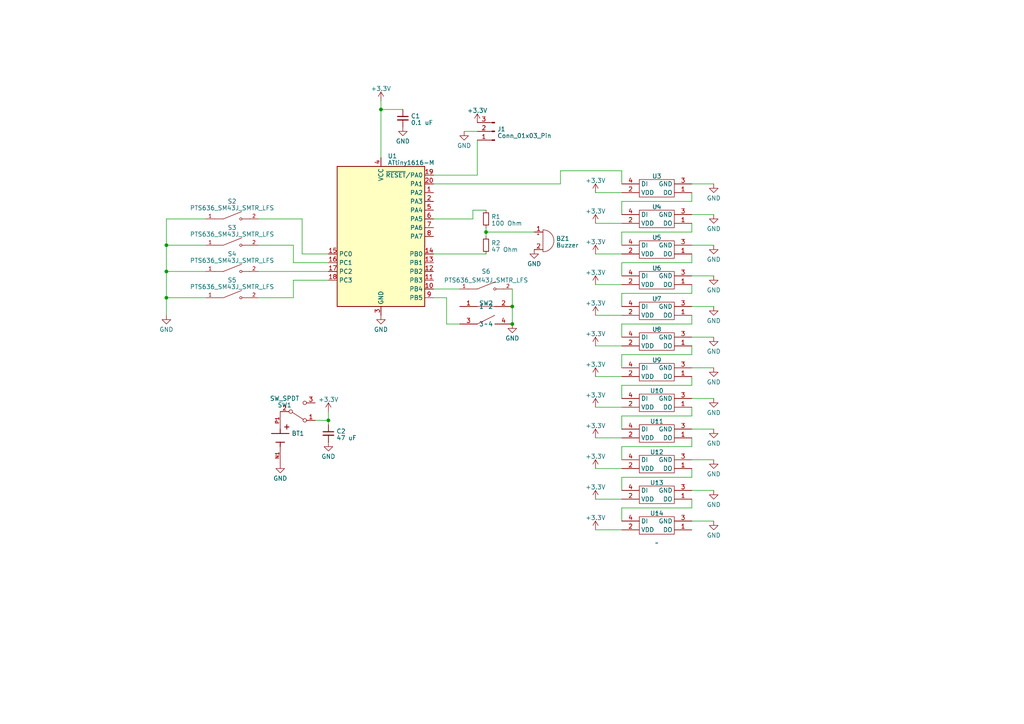
<source format=kicad_sch>
(kicad_sch (version 20230121) (generator eeschema)
  (paper "A4")
  (lib_symbols
    (symbol "BAT-HLD-001:BAT-HLD-001" (pin_names (offset 1.016))
      (property "Reference" "BT" (at -3.81 3.81 0))
      (property "Value" "BAT-HLD-001" (at -3.81 -5.08 0))
      (symbol "BAT-HLD-001_0_0"
        (polyline (pts (xy -3.81 1.905) (xy -2.54 1.905)) (stroke (width 0.254)))
        (polyline (pts (xy -3.175 2.54) (xy -3.175 1.27)) (stroke (width 0.254)))
        (polyline (pts (xy -1.27 0) (xy -2.54 0)) (stroke (width 0.254)))
        (polyline (pts (xy -1.27 0) (xy -1.27 -2.54)) (stroke (width 0.254)))
        (polyline (pts (xy -1.27 2.54) (xy -1.27 0)) (stroke (width 0.254)))
        (polyline (pts (xy 1.27 0) (xy 1.27 -1.27)) (stroke (width 0.254)))
        (polyline (pts (xy 1.27 0) (xy 2.54 0)) (stroke (width 0.254)))
        (polyline (pts (xy 1.27 1.27) (xy 1.27 0)) (stroke (width 0.254)))
        (pin passive line (at 7.62 0 180) (length 5.08) (name "~") (number "N1"))
        (pin passive line (at -7.62 0 0) (length 5.08) (name "~") (number "P1"))
      )
    )
    (symbol "Connector:Conn_01x03_Pin" (pin_names (offset 1.016) hide)
      (property "Reference" "J" (at 0 5.08 0))
      (property "Value" "Conn_01x03_Pin" (at 0 -5.08 0))
      (symbol "Conn_01x03_Pin_1_1"
        (polyline (pts (xy 1.27 -2.54) (xy 0.8636 -2.54)) (stroke (width 0.1524)))
        (polyline (pts (xy 1.27 0) (xy 0.8636 0)) (stroke (width 0.1524)))
        (polyline (pts (xy 1.27 2.54) (xy 0.8636 2.54)) (stroke (width 0.1524)))
        (rectangle (start 0.8636 -2.413) (end 0 -2.667) (stroke (width 0.1524)) (fill (type outline)))
        (rectangle (start 0.8636 0.127) (end 0 -0.127) (stroke (width 0.1524)) (fill (type outline)))
        (rectangle (start 0.8636 2.667) (end 0 2.413) (stroke (width 0.1524)) (fill (type outline)))
        (pin passive line (at 5.08 2.54 180) (length 3.81) (name "Pin_1") (number "1"))
        (pin passive line (at 5.08 0 180) (length 3.81) (name "Pin_2") (number "2"))
        (pin passive line (at 5.08 -2.54 180) (length 3.81) (name "Pin_3") (number "3"))
      )
    )
    (symbol "Device:Buzzer" (pin_names (offset 0.0254) hide)
      (property "Reference" "BZ" (at 3.81 1.27 0))
      (property "Value" "Buzzer" (at 3.81 -1.27 0))
      (symbol "Buzzer_0_1"
        (arc (start 0 -3.175) (mid 3.1612 0) (end 0 3.175))
        (polyline (pts (xy -1.651 1.905) (xy -1.143 1.905)))
        (polyline (pts (xy -1.397 2.159) (xy -1.397 1.651)))
        (polyline (pts (xy 0 3.175) (xy 0 -3.175)))
      )
      (symbol "Buzzer_1_1"
        (pin passive line (at -2.54 2.54 0) (length 2.54) (name "-") (number "1"))
        (pin passive line (at -2.54 -2.54 0) (length 2.54) (name "+") (number "2"))
      )
    )
    (symbol "Device:C_Small" (pin_numbers hide) (pin_names (offset 0.254) hide)
      (property "Reference" "C" (at 0.254 1.778 0))
      (property "Value" "C_Small" (at 0.254 -2.032 0))
      (symbol "C_Small_0_1"
        (polyline (pts (xy -1.524 -0.508) (xy 1.524 -0.508)) (stroke (width 0.3302)))
        (polyline (pts (xy -1.524 0.508) (xy 1.524 0.508)) (stroke (width 0.3048)))
      )
      (symbol "C_Small_1_1"
        (pin passive line (at 0 2.54 270) (length 2.032) (name "~") (number "1"))
        (pin passive line (at 0 -2.54 90) (length 2.032) (name "~") (number "2"))
      )
    )
    (symbol "Device:R_Small" (pin_numbers hide) (pin_names (offset 0.254) hide)
      (property "Reference" "R" (at 0.762 0.508 0))
      (property "Value" "R_Small" (at 0.762 -1.016 0))
      (symbol "R_Small_0_1"
        (rectangle (start -0.762 1.778) (end 0.762 -1.778) (stroke (width 0.2032)))
      )
      (symbol "R_Small_1_1"
        (pin passive line (at 0 2.54 270) (length 0.762) (name "~") (number "1"))
        (pin passive line (at 0 -2.54 90) (length 0.762) (name "~") (number "2"))
      )
    )
    (symbol "MCU_Microchip_ATtiny:ATtiny1616-M"
      (property "Reference" "U" (at -12.7 21.59 0))
      (property "Value" "ATtiny1616-M" (at 2.54 -21.59 0))
      (symbol "ATtiny1616-M_0_1"
        (rectangle (start -12.7 -20.32) (end 12.7 20.32) (stroke (width 0.254)) (fill (type background)))
      )
      (symbol "ATtiny1616-M_1_1"
        (pin bidirectional line (at 15.24 12.7 180) (length 2.54) (name "PA2") (number "1"))
        (pin bidirectional line (at 15.24 -15.24 180) (length 2.54) (name "PB4") (number "10"))
        (pin bidirectional line (at 15.24 -12.7 180) (length 2.54) (name "PB3") (number "11"))
        (pin bidirectional line (at 15.24 -10.16 180) (length 2.54) (name "PB2") (number "12"))
        (pin bidirectional line (at 15.24 -7.62 180) (length 2.54) (name "PB1") (number "13"))
        (pin bidirectional line (at 15.24 -5.08 180) (length 2.54) (name "PB0") (number "14"))
        (pin bidirectional line (at -15.24 -5.08 0) (length 2.54) (name "PC0") (number "15"))
        (pin bidirectional line (at -15.24 -7.62 0) (length 2.54) (name "PC1") (number "16"))
        (pin bidirectional line (at -15.24 -10.16 0) (length 2.54) (name "PC2") (number "17"))
        (pin bidirectional line (at -15.24 -12.7 0) (length 2.54) (name "PC3") (number "18"))
        (pin bidirectional line (at 15.24 17.78 180) (length 2.54) (name "~{RESET}/PA0") (number "19"))
        (pin bidirectional line (at 15.24 10.16 180) (length 2.54) (name "PA3") (number "2"))
        (pin bidirectional line (at 15.24 15.24 180) (length 2.54) (name "PA1") (number "20"))
        (pin passive line (at 0 -22.86 90) (length 2.54) hide (name "GND") (number "21"))
        (pin power_in line (at 0 -22.86 90) (length 2.54) (name "GND") (number "3"))
        (pin power_in line (at 0 22.86 270) (length 2.54) (name "VCC") (number "4"))
        (pin bidirectional line (at 15.24 7.62 180) (length 2.54) (name "PA4") (number "5"))
        (pin bidirectional line (at 15.24 5.08 180) (length 2.54) (name "PA5") (number "6"))
        (pin bidirectional line (at 15.24 2.54 180) (length 2.54) (name "PA6") (number "7"))
        (pin bidirectional line (at 15.24 0 180) (length 2.54) (name "PA7") (number "8"))
        (pin bidirectional line (at 15.24 -17.78 180) (length 2.54) (name "PB5") (number "9"))
      )
    )
    (symbol "Switch:SW_SPDT" (pin_names (offset 0) hide)
      (property "Reference" "SW" (at 0 4.318 0))
      (property "Value" "SW_SPDT" (at 0 -5.08 0))
      (symbol "SW_SPDT_0_0"
        (circle (center -2.032 0) (radius 0.508))
        (circle (center 2.032 -2.54) (radius 0.508))
      )
      (symbol "SW_SPDT_0_1"
        (polyline (pts (xy -1.524 0.254) (xy 1.651 2.286)))
        (circle (center 2.032 2.54) (radius 0.508))
      )
      (symbol "SW_SPDT_1_1"
        (pin passive line (at 5.08 2.54 180) (length 2.54) (name "A") (number "1"))
        (pin passive line (at -5.08 0 0) (length 2.54) (name "B") (number "2"))
        (pin passive line (at 5.08 -2.54 180) (length 2.54) (name "C") (number "3"))
      )
    )
    (symbol "TM-1627A:TM-1627A"
      (property "Reference" "SW" (at 0 8.89 0))
      (symbol "TM-1627A_0_1"
        (polyline (pts (xy -2.54 0) (xy 2.54 2.54)))
        (polyline (pts (xy -2.54 5.08) (xy 2.54 5.08)))
      )
      (symbol "TM-1627A_1_1"
        (pin bidirectional line (at -7.62 5.08 0) (length 5.08) (name "1") (number "1"))
        (pin bidirectional line (at 7.62 5.08 180) (length 5.08) (name "2") (number "2"))
        (pin bidirectional line (at -7.62 0 0) (length 5.08) (name "3") (number "3"))
        (pin bidirectional line (at 7.62 0 180) (length 5.08) (name "4") (number "4"))
      )
    )
    (symbol "TS-1101-C-W:PTS636_SM43J_SMTR_LFS" (pin_names (offset 1.016) hide)
      (property "Reference" "S" (at -2.54 2.54 0))
      (property "Value" "PTS636_SM43J_SMTR_LFS" (at -2.54 -2.54 0))
      (symbol "PTS636_SM43J_SMTR_LFS_0_0"
        (polyline (pts (xy -2.54 0) (xy -5.08 0)) (stroke (width 0.1524)))
        (polyline (pts (xy -2.54 0) (xy 2.794 2.1336)) (stroke (width 0.1524)))
        (polyline (pts (xy 5.08 0) (xy 2.921 0)) (stroke (width 0.1524)))
        (circle (center 2.54 0) (radius 0.3302) (stroke (width 0.1524)))
        (pin passive line (at -7.62 0 0) (length 2.54) (name "~") (number "1"))
        (pin passive line (at 7.62 0 180) (length 2.54) (name "~") (number "2"))
      )
    )
    (symbol "power:+3.3V" (power) (pin_names (offset 0))
      (property "Value" "+3.3V" (at 0 3.556 0))
      (symbol "+3.3V_0_1"
        (polyline (pts (xy -0.762 1.27) (xy 0 2.54)))
        (polyline (pts (xy 0 0) (xy 0 2.54)))
        (polyline (pts (xy 0 2.54) (xy 0.762 1.27)))
      )
      (symbol "+3.3V_1_1"
        (pin power_in line (at 0 0 90) (length 0) hide (name "+3.3V") (number "1"))
      )
    )
    (symbol "power:GND" (power) (pin_names (offset 0))
      (property "Value" "GND" (at 0 -3.81 0))
      (symbol "GND_0_1"
        (polyline (pts (xy 0 0) (xy 0 -1.27) (xy 1.27 -1.27) (xy 0 -2.54) (xy -1.27 -1.27) (xy 0 -1.27)))
      )
      (symbol "GND_1_1"
        (pin power_in line (at 0 0 270) (length 0) hide (name "GND") (number "1"))
      )
    )
    (symbol "ws2812b-1010:ws2812b-1010"
      (property "Reference" "U" (at 0 5.08 0))
      (symbol "ws2812b-1010_0_1"
        (rectangle (start -5.08 2.54) (end 5.08 -2.54))
      )
      (symbol "ws2812b-1010_1_1"
        (pin output line (at -10.16 1.27 0) (length 5.08) (name "DO") (number "1"))
        (pin power_in line (at 10.16 1.27 180) (length 5.08) (name "VDD") (number "2"))
        (pin power_in line (at -10.16 -1.27 0) (length 5.08) (name "GND") (number "3"))
        (pin input line (at 10.16 -1.27 180) (length 5.08) (name "DI") (number "4"))
      )
    )
  )
  (junction (at 48.26 86.36))
  (junction (at 48.26 78.74))
  (junction (at 110.49 31.75))
  (junction (at 48.26 71.12))
  (junction (at 95.25 121.92))
  (junction (at 140.97 67.31))
  (junction (at 148.59 93.98))
  (junction (at 148.59 88.9))
  (wire (pts (xy 180.34 120.65) (xy 200.66 120.65)))
  (wire (pts (xy 200.66 147.32) (xy 200.66 144.78)))
  (wire (pts (xy 162.56 49.53) (xy 180.34 49.53)))
  (wire (pts (xy 48.26 86.36) (xy 48.26 91.44)))
  (wire (pts (xy 200.66 85.09) (xy 200.66 82.55)))
  (wire (pts (xy 180.34 85.09) (xy 200.66 85.09)))
  (wire (pts (xy 180.34 151.13) (xy 180.34 147.32)))
  (wire (pts (xy 200.66 88.9) (xy 207.01 88.9)))
  (wire (pts (xy 48.26 78.74) (xy 59.69 78.74)))
  (wire (pts (xy 200.66 142.24) (xy 207.01 142.24)))
  (wire (pts (xy 87.63 63.5) (xy 87.63 73.66)))
  (wire (pts (xy 125.73 86.36) (xy 129.54 86.36)))
  (wire (pts (xy 140.97 67.31) (xy 140.97 66.04)))
  (wire (pts (xy 59.69 63.5) (xy 48.26 63.5)))
  (wire (pts (xy 180.34 67.31) (xy 200.66 67.31)))
  (wire (pts (xy 85.09 76.2) (xy 95.25 76.2)))
  (wire (pts (xy 180.34 147.32) (xy 200.66 147.32)))
  (wire (pts (xy 162.56 53.34) (xy 162.56 49.53)))
  (wire (pts (xy 148.59 88.9) (xy 148.59 93.98)))
  (wire (pts (xy 140.97 67.31) (xy 140.97 68.58)))
  (wire (pts (xy 172.72 73.66) (xy 180.34 73.66)))
  (wire (pts (xy 200.66 58.42) (xy 200.66 55.88)))
  (wire (pts (xy 180.34 58.42) (xy 200.66 58.42)))
  (wire (pts (xy 200.66 138.43) (xy 200.66 135.89)))
  (wire (pts (xy 200.66 133.35) (xy 207.01 133.35)))
  (wire (pts (xy 48.26 78.74) (xy 48.26 86.36)))
  (wire (pts (xy 110.49 29.21) (xy 110.49 31.75)))
  (wire (pts (xy 180.34 133.35) (xy 180.34 129.54)))
  (wire (pts (xy 125.73 50.8) (xy 138.43 50.8)))
  (wire (pts (xy 180.34 102.87) (xy 200.66 102.87)))
  (wire (pts (xy 140.97 67.31) (xy 154.94 67.31)))
  (wire (pts (xy 180.34 106.68) (xy 180.34 102.87)))
  (wire (pts (xy 180.34 115.57) (xy 180.34 111.76)))
  (wire (pts (xy 148.59 83.82) (xy 148.59 88.9)))
  (wire (pts (xy 138.43 50.8) (xy 138.43 40.64)))
  (wire (pts (xy 125.73 83.82) (xy 133.35 83.82)))
  (wire (pts (xy 48.26 71.12) (xy 48.26 78.74)))
  (wire (pts (xy 95.25 121.92) (xy 95.25 123.19)))
  (wire (pts (xy 85.09 81.28) (xy 95.25 81.28)))
  (wire (pts (xy 200.66 111.76) (xy 200.66 109.22)))
  (wire (pts (xy 200.66 93.98) (xy 200.66 91.44)))
  (wire (pts (xy 137.16 63.5) (xy 137.16 60.96)))
  (wire (pts (xy 180.34 76.2) (xy 200.66 76.2)))
  (wire (pts (xy 172.72 64.77) (xy 180.34 64.77)))
  (wire (pts (xy 200.66 115.57) (xy 207.01 115.57)))
  (wire (pts (xy 200.66 67.31) (xy 200.66 64.77)))
  (wire (pts (xy 125.73 73.66) (xy 140.97 73.66)))
  (wire (pts (xy 180.34 142.24) (xy 180.34 138.43)))
  (wire (pts (xy 172.72 127) (xy 180.34 127)))
  (wire (pts (xy 172.72 118.11) (xy 180.34 118.11)))
  (wire (pts (xy 200.66 71.12) (xy 207.01 71.12)))
  (wire (pts (xy 85.09 71.12) (xy 85.09 76.2)))
  (wire (pts (xy 125.73 63.5) (xy 137.16 63.5)))
  (wire (pts (xy 200.66 151.13) (xy 207.01 151.13)))
  (wire (pts (xy 172.72 91.44) (xy 180.34 91.44)))
  (wire (pts (xy 180.34 129.54) (xy 200.66 129.54)))
  (wire (pts (xy 172.72 135.89) (xy 180.34 135.89)))
  (wire (pts (xy 172.72 144.78) (xy 180.34 144.78)))
  (wire (pts (xy 137.16 60.96) (xy 140.97 60.96)))
  (wire (pts (xy 172.72 153.67) (xy 180.34 153.67)))
  (wire (pts (xy 200.66 80.01) (xy 207.01 80.01)))
  (wire (pts (xy 172.72 55.88) (xy 180.34 55.88)))
  (wire (pts (xy 180.34 124.46) (xy 180.34 120.65)))
  (wire (pts (xy 74.93 71.12) (xy 85.09 71.12)))
  (wire (pts (xy 74.93 86.36) (xy 85.09 86.36)))
  (wire (pts (xy 200.66 129.54) (xy 200.66 127)))
  (wire (pts (xy 200.66 76.2) (xy 200.66 73.66)))
  (wire (pts (xy 180.34 88.9) (xy 180.34 85.09)))
  (wire (pts (xy 172.72 100.33) (xy 180.34 100.33)))
  (wire (pts (xy 87.63 73.66) (xy 95.25 73.66)))
  (wire (pts (xy 129.54 93.98) (xy 133.35 93.98)))
  (wire (pts (xy 180.34 49.53) (xy 180.34 53.34)))
  (wire (pts (xy 110.49 31.75) (xy 116.84 31.75)))
  (wire (pts (xy 129.54 86.36) (xy 129.54 93.98)))
  (wire (pts (xy 180.34 138.43) (xy 200.66 138.43)))
  (wire (pts (xy 85.09 86.36) (xy 85.09 81.28)))
  (wire (pts (xy 200.66 102.87) (xy 200.66 100.33)))
  (wire (pts (xy 180.34 80.01) (xy 180.34 76.2)))
  (wire (pts (xy 172.72 82.55) (xy 180.34 82.55)))
  (wire (pts (xy 74.93 63.5) (xy 87.63 63.5)))
  (wire (pts (xy 180.34 93.98) (xy 200.66 93.98)))
  (wire (pts (xy 180.34 71.12) (xy 180.34 67.31)))
  (wire (pts (xy 200.66 62.23) (xy 207.01 62.23)))
  (wire (pts (xy 172.72 109.22) (xy 180.34 109.22)))
  (wire (pts (xy 125.73 53.34) (xy 162.56 53.34)))
  (wire (pts (xy 134.62 38.1) (xy 138.43 38.1)))
  (wire (pts (xy 110.49 31.75) (xy 110.49 45.72)))
  (wire (pts (xy 48.26 71.12) (xy 59.69 71.12)))
  (wire (pts (xy 95.25 119.38) (xy 95.25 121.92)))
  (wire (pts (xy 200.66 120.65) (xy 200.66 118.11)))
  (wire (pts (xy 200.66 53.34) (xy 207.01 53.34)))
  (wire (pts (xy 200.66 97.79) (xy 207.01 97.79)))
  (wire (pts (xy 48.26 86.36) (xy 59.69 86.36)))
  (wire (pts (xy 200.66 106.68) (xy 207.01 106.68)))
  (wire (pts (xy 200.66 124.46) (xy 207.01 124.46)))
  (wire (pts (xy 48.26 63.5) (xy 48.26 71.12)))
  (wire (pts (xy 74.93 78.74) (xy 95.25 78.74)))
  (wire (pts (xy 180.34 62.23) (xy 180.34 58.42)))
  (wire (pts (xy 180.34 111.76) (xy 200.66 111.76)))
  (wire (pts (xy 91.44 121.92) (xy 95.25 121.92)))
  (wire (pts (xy 180.34 97.79) (xy 180.34 93.98)))
  (symbol (lib_id "power:GND") (at 110.49 91.44 0) (unit 1)
    (property "Reference" "#PWR08" (effects hide))
    (property "Value" "GND" (at 110.49 95.5755 0))
  )
  (symbol (lib_id "power:GND") (at 207.01 124.46 0) (unit 1)
    (property "Reference" "#PWR026" (effects hide))
    (property "Value" "GND" (at 207.01 128.5955 0))
  )
  (symbol (lib_id "MCU_Microchip_ATtiny:ATtiny1616-M") (at 110.49 68.58 0) (unit 1)
    (property "Reference" "U1" (at 112.4459 45.2501 0) (effects (justify left)))
    (property "Value" "ATtiny1616-M" (at 112.4459 47.1711 0) (effects (justify left)))
    (property "Footprint" "Package_DFN_QFN:VQFN-20-1EP_3x3mm_P0.4mm_EP1.7x1.7mm" (effects hide))
    (property "Datasheet" "http://ww1.microchip.com/downloads/en/DeviceDoc/ATtiny3216_ATtiny1616-data-sheet-40001997B.pdf" (effects hide))
  )
  (symbol (lib_id "power:+3.3V") (at 172.72 100.33 0) (unit 1)
    (property "Reference" "#PWR021" (effects hide))
    (property "Value" "+3.3V" (at 172.72 96.8281 0))
  )
  (symbol (lib_id "TS-1101-C-W:PTS636_SM43J_SMTR_LFS") (at 67.31 63.5 0) (unit 1)
    (property "Reference" "S2" (at 67.31 58.4073 0))
    (property "Value" "PTS636_SM43J_SMTR_LFS" (at 67.31 60.3283 0))
    (property "Footprint" "TS-1101-C-W:SW_PTS636_SM43J_SMTR_LFS" (effects hide))
    (property "MAXIMUM_PACKAGE_HEIGHT" "4.3 mm" (effects hide))
    (property "STANDARD" "Manufacturer Recommendations" (effects hide))
    (property "PARTREV" "27 mar 19" (effects hide))
    (property "MANUFACTURER" "C&K" (effects hide))
  )
  (symbol (lib_id "ws2812b-1010:ws2812b-1010") (at 190.5 63.5 180) (unit 1)
    (property "Reference" "U4" (at 190.5 59.9981 0))
    (property "Value" "~" (at 190.5 68.58 0))
    (property "Footprint" "ws2812b-1010:ws2812b-1010" (effects hide))
  )
  (symbol (lib_id "power:GND") (at 207.01 88.9 0) (unit 1)
    (property "Reference" "#PWR018" (effects hide))
    (property "Value" "GND" (at 207.01 93.0355 0))
  )
  (symbol (lib_id "TS-1101-C-W:PTS636_SM43J_SMTR_LFS") (at 140.97 83.82 0) (unit 1)
    (property "Reference" "S6" (at 140.97 78.7273 0))
    (property "Value" "PTS636_SM43J_SMTR_LFS" (at 140.97 81.28 0))
    (property "Footprint" "TS-1101-C-W:SW_PTS636_SM43J_SMTR_LFS" (effects hide))
    (property "MAXIMUM_PACKAGE_HEIGHT" "4.3 mm" (effects hide))
    (property "STANDARD" "Manufacturer Recommendations" (effects hide))
    (property "PARTREV" "27 mar 19" (effects hide))
    (property "MANUFACTURER" "C&K" (effects hide))
  )
  (symbol (lib_id "power:GND") (at 116.84 36.83 0) (unit 1)
    (property "Reference" "#PWR05" (effects hide))
    (property "Value" "GND" (at 116.84 40.9655 0))
  )
  (symbol (lib_id "TS-1101-C-W:PTS636_SM43J_SMTR_LFS") (at 67.31 86.36 0) (unit 1)
    (property "Reference" "S5" (at 67.31 81.2673 0))
    (property "Value" "PTS636_SM43J_SMTR_LFS" (at 67.31 83.1883 0))
    (property "Footprint" "TS-1101-C-W:SW_PTS636_SM43J_SMTR_LFS" (effects hide))
    (property "MAXIMUM_PACKAGE_HEIGHT" "4.3 mm" (effects hide))
    (property "STANDARD" "Manufacturer Recommendations" (effects hide))
    (property "PARTREV" "27 mar 19" (effects hide))
    (property "MANUFACTURER" "C&K" (effects hide))
  )
  (symbol (lib_id "power:+3.3V") (at 172.72 118.11 0) (unit 1)
    (property "Reference" "#PWR025" (effects hide))
    (property "Value" "+3.3V" (at 172.72 114.6081 0))
  )
  (symbol (lib_id "Switch:SW_SPDT") (at 86.36 119.38 0) (mirror x) (unit 1)
    (property "Reference" "SW1" (at 82.55 117.491 0))
    (property "Value" "SW_SPDT" (at 82.55 115.57 0))
    (property "Footprint" "MSS3-V-T/TA-3524A-A1-W:MSS3VTR" (effects hide))
  )
  (symbol (lib_id "power:+3.3V") (at 138.43 35.56 0) (unit 1)
    (property "Reference" "#PWR035" (effects hide))
    (property "Value" "+3.3V" (at 138.43 32.0581 0))
  )
  (symbol (lib_id "ws2812b-1010:ws2812b-1010") (at 190.5 143.51 180) (unit 1)
    (property "Reference" "U13" (at 190.5 140.0081 0))
    (property "Value" "~" (at 190.5 148.59 0))
    (property "Footprint" "ws2812b-1010:ws2812b-1010" (effects hide))
  )
  (symbol (lib_id "Device:R_Small") (at 140.97 71.12 0) (unit 1)
    (property "Reference" "R2" (at 142.4686 70.4763 0) (effects (justify left)))
    (property "Value" "47 Ohm" (at 142.4686 72.3973 0) (effects (justify left)))
    (property "Footprint" "Resistor_SMD:R_0603_1608Metric" (effects hide))
  )
  (symbol (lib_id "ws2812b-1010:ws2812b-1010") (at 190.5 90.17 180) (unit 1)
    (property "Reference" "U7" (at 190.5 86.6681 0))
    (property "Value" "~" (at 190.5 95.25 0))
    (property "Footprint" "ws2812b-1010:ws2812b-1010" (effects hide))
  )
  (symbol (lib_id "power:+3.3V") (at 172.72 91.44 0) (unit 1)
    (property "Reference" "#PWR019" (effects hide))
    (property "Value" "+3.3V" (at 172.72 87.9381 0))
  )
  (symbol (lib_id "power:+3.3V") (at 172.72 144.78 0) (unit 1)
    (property "Reference" "#PWR031" (effects hide))
    (property "Value" "+3.3V" (at 172.72 141.2781 0))
  )
  (symbol (lib_id "Device:C_Small") (at 95.25 125.73 0) (unit 1)
    (property "Reference" "C2" (at 97.5741 125.0926 0) (effects (justify left)))
    (property "Value" "47 uF" (at 97.5741 127.0136 0) (effects (justify left)))
    (property "Footprint" "Capacitor_Tantalum_SMD:CP_EIA-3528-21_Kemet-B" (effects hide))
  )
  (symbol (lib_id "power:GND") (at 207.01 142.24 0) (unit 1)
    (property "Reference" "#PWR030" (effects hide))
    (property "Value" "GND" (at 207.01 146.3755 0))
  )
  (symbol (lib_id "power:GND") (at 48.26 91.44 0) (unit 1)
    (property "Reference" "#PWR07" (effects hide))
    (property "Value" "GND" (at 48.26 95.5755 0))
  )
  (symbol (lib_id "power:+3.3V") (at 172.72 135.89 0) (unit 1)
    (property "Reference" "#PWR029" (effects hide))
    (property "Value" "+3.3V" (at 172.72 132.3881 0))
  )
  (symbol (lib_id "ws2812b-1010:ws2812b-1010") (at 190.5 125.73 180) (unit 1)
    (property "Reference" "U11" (at 190.5 122.2281 0))
    (property "Value" "~" (at 190.5 130.81 0))
    (property "Footprint" "ws2812b-1010:ws2812b-1010" (effects hide))
  )
  (symbol (lib_id "power:GND") (at 207.01 115.57 0) (unit 1)
    (property "Reference" "#PWR024" (effects hide))
    (property "Value" "GND" (at 207.01 119.7055 0))
  )
  (symbol (lib_id "power:GND") (at 207.01 71.12 0) (unit 1)
    (property "Reference" "#PWR014" (effects hide))
    (property "Value" "GND" (at 207.01 75.2555 0))
  )
  (symbol (lib_id "ws2812b-1010:ws2812b-1010") (at 190.5 152.4 180) (unit 1)
    (property "Reference" "U14" (at 190.5 148.8981 0))
    (property "Value" "~" (at 190.5 157.48 0))
    (property "Footprint" "ws2812b-1010:ws2812b-1010" (effects hide))
  )
  (symbol (lib_id "power:GND") (at 81.28 134.62 0) (unit 1)
    (property "Reference" "#PWR01" (effects hide))
    (property "Value" "GND" (at 81.28 138.7555 0))
  )
  (symbol (lib_id "ws2812b-1010:ws2812b-1010") (at 190.5 54.61 180) (unit 1)
    (property "Reference" "U3" (at 190.5 51.1081 0))
    (property "Value" "~" (at 190.5 59.69 0))
    (property "Footprint" "ws2812b-1010:ws2812b-1010" (effects hide))
  )
  (symbol (lib_id "ws2812b-1010:ws2812b-1010") (at 190.5 107.95 180) (unit 1)
    (property "Reference" "U9" (at 190.5 104.4481 0))
    (property "Value" "~" (at 190.5 113.03 0))
    (property "Footprint" "ws2812b-1010:ws2812b-1010" (effects hide))
  )
  (symbol (lib_id "power:GND") (at 207.01 53.34 0) (unit 1)
    (property "Reference" "#PWR010" (effects hide))
    (property "Value" "GND" (at 207.01 57.4755 0))
  )
  (symbol (lib_id "power:+3.3V") (at 172.72 64.77 0) (unit 1)
    (property "Reference" "#PWR013" (effects hide))
    (property "Value" "+3.3V" (at 172.72 61.2681 0))
  )
  (symbol (lib_id "power:GND") (at 154.94 72.39 0) (unit 1)
    (property "Reference" "#PWR09" (effects hide))
    (property "Value" "GND" (at 154.94 76.5255 0))
  )
  (symbol (lib_id "TS-1101-C-W:PTS636_SM43J_SMTR_LFS") (at 67.31 71.12 0) (unit 1)
    (property "Reference" "S3" (at 67.31 66.0273 0))
    (property "Value" "PTS636_SM43J_SMTR_LFS" (at 67.31 67.9483 0))
    (property "Footprint" "TS-1101-C-W:SW_PTS636_SM43J_SMTR_LFS" (effects hide))
    (property "MAXIMUM_PACKAGE_HEIGHT" "4.3 mm" (effects hide))
    (property "STANDARD" "Manufacturer Recommendations" (effects hide))
    (property "PARTREV" "27 mar 19" (effects hide))
    (property "MANUFACTURER" "C&K" (effects hide))
  )
  (symbol (lib_id "power:GND") (at 207.01 80.01 0) (unit 1)
    (property "Reference" "#PWR016" (effects hide))
    (property "Value" "GND" (at 207.01 84.1455 0))
  )
  (symbol (lib_id "power:GND") (at 134.62 38.1 0) (unit 1)
    (property "Reference" "#PWR036" (effects hide))
    (property "Value" "GND" (at 134.62 42.2355 0))
  )
  (symbol (lib_id "ws2812b-1010:ws2812b-1010") (at 190.5 99.06 180) (unit 1)
    (property "Reference" "U8" (at 190.5 95.5581 0))
    (property "Value" "~" (at 190.5 104.14 0))
    (property "Footprint" "ws2812b-1010:ws2812b-1010" (effects hide))
  )
  (symbol (lib_id "Connector:Conn_01x03_Pin") (at 143.51 38.1 180) (unit 1)
    (property "Reference" "J1" (at 144.2212 37.4563 0) (effects (justify right)))
    (property "Value" "Conn_01x03_Pin" (at 144.2212 39.3773 0) (effects (justify right)))
    (property "Footprint" "Connector_PinHeader_2.54mm:PinHeader_1x03_P2.54mm_Vertical" (effects hide))
  )
  (symbol (lib_id "ws2812b-1010:ws2812b-1010") (at 190.5 81.28 180) (unit 1)
    (property "Reference" "U6" (at 190.5 77.7781 0))
    (property "Value" "~" (at 190.5 86.36 0))
    (property "Footprint" "ws2812b-1010:ws2812b-1010" (effects hide))
  )
  (symbol (lib_id "TM-1627A:TM-1627A") (at 140.97 93.98 0) (unit 1)
    (property "Reference" "SW2" (at 140.97 87.9381 0))
    (property "Value" "~" (at 140.97 93.98 0))
    (property "Footprint" "TM-1627A:TM-1627A" (effects hide))
  )
  (symbol (lib_id "power:+3.3V") (at 172.72 127 0) (unit 1)
    (property "Reference" "#PWR027" (effects hide))
    (property "Value" "+3.3V" (at 172.72 123.4981 0))
  )
  (symbol (lib_id "ws2812b-1010:ws2812b-1010") (at 190.5 134.62 180) (unit 1)
    (property "Reference" "U12" (at 190.5 131.1181 0))
    (property "Value" "~" (at 190.5 139.7 0))
    (property "Footprint" "ws2812b-1010:ws2812b-1010" (effects hide))
  )
  (symbol (lib_id "power:+3.3V") (at 110.49 29.21 0) (unit 1)
    (property "Reference" "#PWR06" (effects hide))
    (property "Value" "+3.3V" (at 110.49 25.7081 0))
  )
  (symbol (lib_id "power:+3.3V") (at 172.72 153.67 0) (unit 1)
    (property "Reference" "#PWR033" (effects hide))
    (property "Value" "+3.3V" (at 172.72 150.1681 0))
  )
  (symbol (lib_id "power:GND") (at 207.01 62.23 0) (unit 1)
    (property "Reference" "#PWR012" (effects hide))
    (property "Value" "GND" (at 207.01 66.3655 0))
  )
  (symbol (lib_id "ws2812b-1010:ws2812b-1010") (at 190.5 72.39 180) (unit 1)
    (property "Reference" "U5" (at 190.5 68.8881 0))
    (property "Value" "~" (at 190.5 77.47 0))
    (property "Footprint" "ws2812b-1010:ws2812b-1010" (effects hide))
  )
  (symbol (lib_id "power:GND") (at 207.01 97.79 0) (unit 1)
    (property "Reference" "#PWR020" (effects hide))
    (property "Value" "GND" (at 207.01 101.9255 0))
  )
  (symbol (lib_id "power:+3.3V") (at 172.72 55.88 0) (unit 1)
    (property "Reference" "#PWR011" (effects hide))
    (property "Value" "+3.3V" (at 172.72 52.3781 0))
  )
  (symbol (lib_id "power:GND") (at 148.59 93.98 0) (unit 1)
    (property "Reference" "#PWR034" (effects hide))
    (property "Value" "GND" (at 148.59 98.1155 0))
  )
  (symbol (lib_id "power:GND") (at 207.01 133.35 0) (unit 1)
    (property "Reference" "#PWR028" (effects hide))
    (property "Value" "GND" (at 207.01 137.4855 0))
  )
  (symbol (lib_id "Device:C_Small") (at 116.84 34.29 0) (unit 1)
    (property "Reference" "C1" (at 119.1641 33.6526 0) (effects (justify left)))
    (property "Value" "0.1 uF" (at 119.1641 35.5736 0) (effects (justify left)))
    (property "Footprint" "Capacitor_SMD:C_0603_1608Metric" (effects hide))
  )
  (symbol (lib_id "TS-1101-C-W:PTS636_SM43J_SMTR_LFS") (at 67.31 78.74 0) (unit 1)
    (property "Reference" "S4" (at 67.31 73.6473 0))
    (property "Value" "PTS636_SM43J_SMTR_LFS" (at 67.31 75.5683 0))
    (property "Footprint" "TS-1101-C-W:SW_PTS636_SM43J_SMTR_LFS" (effects hide))
    (property "MAXIMUM_PACKAGE_HEIGHT" "4.3 mm" (effects hide))
    (property "STANDARD" "Manufacturer Recommendations" (effects hide))
    (property "PARTREV" "27 mar 19" (effects hide))
    (property "MANUFACTURER" "C&K" (effects hide))
  )
  (symbol (lib_id "power:GND") (at 207.01 151.13 0) (unit 1)
    (property "Reference" "#PWR032" (effects hide))
    (property "Value" "GND" (at 207.01 155.2655 0))
  )
  (symbol (lib_id "power:GND") (at 95.25 128.27 0) (unit 1)
    (property "Reference" "#PWR04" (effects hide))
    (property "Value" "GND" (at 95.25 132.4055 0))
  )
  (symbol (lib_id "power:+3.3V") (at 172.72 82.55 0) (unit 1)
    (property "Reference" "#PWR017" (effects hide))
    (property "Value" "+3.3V" (at 172.72 79.0481 0))
  )
  (symbol (lib_id "BAT-HLD-001:BAT-HLD-001") (at 81.28 127 270) (unit 1)
    (property "Reference" "BT1" (at 84.582 125.7213 90) (effects (justify left)))
    (property "Value" "BAT-HLD-001" (effects hide))
    (property "Footprint" "BAT-HLD-001:BAT_BAT-HLD-001" (effects hide))
    (property "PARTREV" "C" (effects hide))
    (property "STANDARD" "Manufacturer Recommendations" (effects hide))
    (property "MAXIMUM_PACKAGE_HEIGHT" "4.2 mm" (effects hide))
    (property "MANUFACTURER" "Linx Technologies" (effects hide))
  )
  (symbol (lib_id "Device:Buzzer") (at 157.48 69.85 0) (unit 1)
    (property "Reference" "BZ1" (at 161.2762 69.2063 0) (effects (justify left)))
    (property "Value" "Buzzer" (at 161.2762 71.1273 0) (effects (justify left)))
    (property "Footprint" "GSC1031YB-3V4000:GSC1031YB-3V4000" (effects hide))
  )
  (symbol (lib_id "power:+3.3V") (at 172.72 73.66 0) (unit 1)
    (property "Reference" "#PWR015" (effects hide))
    (property "Value" "+3.3V" (at 172.72 70.1581 0))
  )
  (symbol (lib_id "power:+3.3V") (at 95.25 119.38 0) (unit 1)
    (property "Reference" "#PWR03" (effects hide))
    (property "Value" "+3.3V" (at 95.25 115.8781 0))
  )
  (symbol (lib_id "Device:R_Small") (at 140.97 63.5 0) (unit 1)
    (property "Reference" "R1" (at 142.4686 62.8563 0) (effects (justify left)))
    (property "Value" "100 Ohm" (at 142.4686 64.7773 0) (effects (justify left)))
    (property "Footprint" "Resistor_SMD:R_0603_1608Metric" (effects hide))
  )
  (symbol (lib_id "ws2812b-1010:ws2812b-1010") (at 190.5 116.84 180) (unit 1)
    (property "Reference" "U10" (at 190.5 113.3381 0))
    (property "Value" "~" (at 190.5 121.92 0))
    (property "Footprint" "ws2812b-1010:ws2812b-1010" (effects hide))
  )
  (symbol (lib_id "power:+3.3V") (at 172.72 109.22 0) (unit 1)
    (property "Reference" "#PWR023" (effects hide))
    (property "Value" "+3.3V" (at 172.72 105.7181 0))
  )
  (symbol (lib_id "power:GND") (at 207.01 106.68 0) (unit 1)
    (property "Reference" "#PWR022" (effects hide))
    (property "Value" "GND" (at 207.01 110.8155 0))
  )
)
</source>
